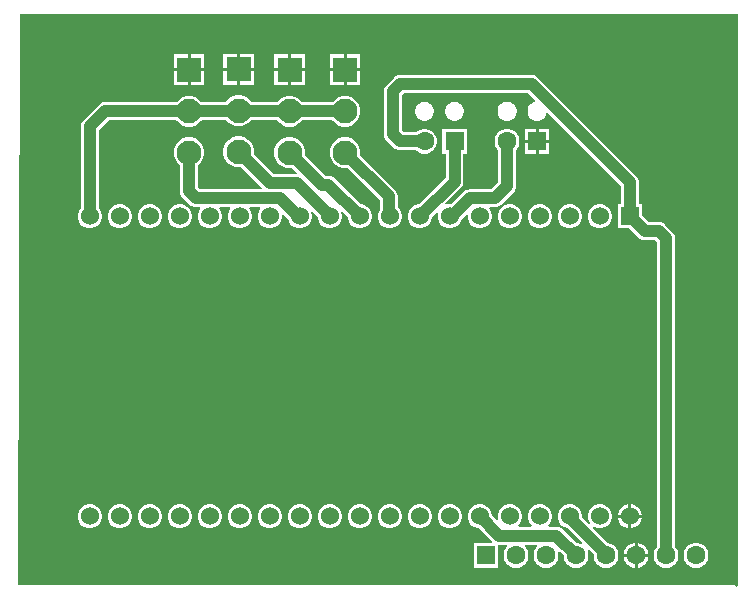
<source format=gbr>
%TF.GenerationSoftware,Altium Limited,Altium Designer,23.4.1 (23)*%
G04 Layer_Physical_Order=2*
G04 Layer_Color=16711680*
%FSLAX45Y45*%
%MOMM*%
%TF.SameCoordinates,4612104F-FF11-4B61-8F75-198C561852D9*%
%TF.FilePolarity,Positive*%
%TF.FileFunction,Copper,L2,Bot,Signal*%
%TF.Part,Single*%
G01*
G75*
%TA.AperFunction,ComponentPad*%
%ADD10R,2.10000X2.10000*%
%ADD11C,2.10000*%
%ADD12R,1.53000X1.53000*%
%ADD13C,1.53000*%
%ADD14C,1.60000*%
%ADD15R,1.60000X1.60000*%
%TA.AperFunction,Conductor*%
%ADD16C,1.00000*%
G36*
X8648700Y2578100D02*
X8636000Y2565400D01*
X8623300Y2578100D01*
X2561692D01*
X2552724Y2587092D01*
X2565400Y7416800D01*
X8648700D01*
Y2578100D01*
D02*
G37*
%LPC*%
G36*
X4550000Y7077300D02*
X4432300D01*
Y6959600D01*
X4550000D01*
Y7077300D01*
D02*
G37*
G36*
X4406900D02*
X4289200D01*
Y6959600D01*
X4406900D01*
Y7077300D01*
D02*
G37*
G36*
X5451700Y7071700D02*
X5334000D01*
Y6954000D01*
X5451700D01*
Y7071700D01*
D02*
G37*
G36*
X4981800D02*
X4864100D01*
Y6954000D01*
X4981800D01*
Y7071700D01*
D02*
G37*
G36*
X4130900D02*
X4013200D01*
Y6954000D01*
X4130900D01*
Y7071700D01*
D02*
G37*
G36*
X5308600D02*
X5190900D01*
Y6954000D01*
X5308600D01*
Y7071700D01*
D02*
G37*
G36*
X4838700D02*
X4721000D01*
Y6954000D01*
X4838700D01*
Y7071700D01*
D02*
G37*
G36*
X3987800D02*
X3870100D01*
Y6954000D01*
X3987800D01*
Y7071700D01*
D02*
G37*
G36*
X4550000Y6934200D02*
X4432300D01*
Y6816500D01*
X4550000D01*
Y6934200D01*
D02*
G37*
G36*
X4406900D02*
X4289200D01*
Y6816500D01*
X4406900D01*
Y6934200D01*
D02*
G37*
G36*
X5451700Y6928600D02*
X5334000D01*
Y6810900D01*
X5451700D01*
Y6928600D01*
D02*
G37*
G36*
X5308600D02*
X5190900D01*
Y6810900D01*
X5308600D01*
Y6928600D01*
D02*
G37*
G36*
X4981800D02*
X4864100D01*
Y6810900D01*
X4981800D01*
Y6928600D01*
D02*
G37*
G36*
X4838700D02*
X4721000D01*
Y6810900D01*
X4838700D01*
Y6928600D01*
D02*
G37*
G36*
X4130900D02*
X4013200D01*
Y6810900D01*
X4130900D01*
Y6928600D01*
D02*
G37*
G36*
X3987800D02*
X3870100D01*
Y6810900D01*
X3987800D01*
Y6928600D01*
D02*
G37*
G36*
X4436768Y6727300D02*
X4402432D01*
X4369267Y6718414D01*
X4339533Y6701246D01*
X4315254Y6676967D01*
X4311318Y6670151D01*
X4105549D01*
X4104846Y6671367D01*
X4080567Y6695646D01*
X4050833Y6712814D01*
X4017668Y6721700D01*
X3983332D01*
X3950167Y6712814D01*
X3920433Y6695646D01*
X3896154Y6671367D01*
X3893835Y6667351D01*
X3289300D01*
X3269617Y6664759D01*
X3251275Y6657162D01*
X3235524Y6645076D01*
X3107524Y6517076D01*
X3095438Y6501325D01*
X3087841Y6482983D01*
X3085249Y6463300D01*
Y5770358D01*
X3079760Y5764868D01*
X3066344Y5741632D01*
X3059400Y5715716D01*
Y5688884D01*
X3066344Y5662968D01*
X3079760Y5639732D01*
X3098732Y5620760D01*
X3121968Y5607344D01*
X3147884Y5600400D01*
X3174716D01*
X3200632Y5607344D01*
X3223868Y5620760D01*
X3242840Y5639732D01*
X3256256Y5662968D01*
X3263200Y5688884D01*
Y5715716D01*
X3256256Y5741632D01*
X3242840Y5764868D01*
X3237351Y5770358D01*
Y6431799D01*
X3320801Y6515249D01*
X3893835D01*
X3896154Y6511233D01*
X3920433Y6486954D01*
X3950167Y6469786D01*
X3983332Y6460900D01*
X4017668D01*
X4050833Y6469786D01*
X4080567Y6486954D01*
X4104846Y6511233D01*
X4108782Y6518049D01*
X4314551D01*
X4315254Y6516833D01*
X4339533Y6492554D01*
X4369267Y6475386D01*
X4402432Y6466500D01*
X4436768D01*
X4469933Y6475386D01*
X4499667Y6492554D01*
X4523946Y6516833D01*
X4524649Y6518049D01*
X4743118D01*
X4747054Y6511233D01*
X4771333Y6486954D01*
X4801067Y6469786D01*
X4834232Y6460900D01*
X4868568D01*
X4901733Y6469786D01*
X4931467Y6486954D01*
X4955746Y6511233D01*
X4958065Y6515249D01*
X5214635D01*
X5216954Y6511233D01*
X5241233Y6486954D01*
X5270967Y6469786D01*
X5304132Y6460900D01*
X5338468D01*
X5371633Y6469786D01*
X5401367Y6486954D01*
X5425646Y6511233D01*
X5442814Y6540967D01*
X5451700Y6574132D01*
Y6608468D01*
X5442814Y6641633D01*
X5425646Y6671367D01*
X5401367Y6695646D01*
X5371633Y6712814D01*
X5338468Y6721700D01*
X5304132D01*
X5270967Y6712814D01*
X5241233Y6695646D01*
X5216954Y6671367D01*
X5214635Y6667351D01*
X4958065D01*
X4955746Y6671367D01*
X4931467Y6695646D01*
X4901733Y6712814D01*
X4868568Y6721700D01*
X4834232D01*
X4801067Y6712814D01*
X4771333Y6695646D01*
X4747054Y6671367D01*
X4746351Y6670151D01*
X4527882D01*
X4523946Y6676967D01*
X4499667Y6701246D01*
X4469933Y6718414D01*
X4436768Y6727300D01*
D02*
G37*
G36*
X6703485Y6671700D02*
X6682315D01*
X6661867Y6666221D01*
X6643533Y6655636D01*
X6628564Y6640667D01*
X6617979Y6622333D01*
X6612500Y6601885D01*
Y6580715D01*
X6617979Y6560267D01*
X6628564Y6541933D01*
X6643533Y6526964D01*
X6661867Y6516379D01*
X6682315Y6510900D01*
X6703485D01*
X6723933Y6516379D01*
X6742267Y6526964D01*
X6757236Y6541933D01*
X6767821Y6560267D01*
X6773300Y6580715D01*
Y6601885D01*
X6767821Y6622333D01*
X6757236Y6640667D01*
X6742267Y6655636D01*
X6723933Y6666221D01*
X6703485Y6671700D01*
D02*
G37*
G36*
X6258985D02*
X6237815D01*
X6217367Y6666221D01*
X6199033Y6655636D01*
X6184064Y6640667D01*
X6173479Y6622333D01*
X6168000Y6601885D01*
Y6580715D01*
X6173479Y6560267D01*
X6184064Y6541933D01*
X6199033Y6526964D01*
X6217367Y6516379D01*
X6237815Y6510900D01*
X6258985D01*
X6279433Y6516379D01*
X6297767Y6526964D01*
X6312736Y6541933D01*
X6323321Y6560267D01*
X6328800Y6580715D01*
Y6601885D01*
X6323321Y6622333D01*
X6312736Y6640667D01*
X6297767Y6655636D01*
X6279433Y6666221D01*
X6258985Y6671700D01*
D02*
G37*
G36*
X6004985D02*
X5983815D01*
X5963367Y6666221D01*
X5945033Y6655636D01*
X5930064Y6640667D01*
X5919479Y6622333D01*
X5914000Y6601885D01*
Y6580715D01*
X5919479Y6560267D01*
X5930064Y6541933D01*
X5945033Y6526964D01*
X5963367Y6516379D01*
X5983815Y6510900D01*
X6004985D01*
X6025433Y6516379D01*
X6043767Y6526964D01*
X6058736Y6541933D01*
X6069321Y6560267D01*
X6074800Y6580715D01*
Y6601885D01*
X6069321Y6622333D01*
X6058736Y6640667D01*
X6043767Y6655636D01*
X6025433Y6666221D01*
X6004985Y6671700D01*
D02*
G37*
G36*
X7052300Y6442700D02*
X6959600D01*
Y6350000D01*
X7052300D01*
Y6442700D01*
D02*
G37*
G36*
X6934200D02*
X6841500D01*
Y6350000D01*
X6934200D01*
Y6442700D01*
D02*
G37*
G36*
X7052300Y6324600D02*
X6959600D01*
Y6231900D01*
X7052300D01*
Y6324600D01*
D02*
G37*
G36*
X6934200D02*
X6841500D01*
Y6231900D01*
X6934200D01*
Y6324600D01*
D02*
G37*
G36*
X4436768Y6377300D02*
X4402432D01*
X4369267Y6368413D01*
X4339533Y6351246D01*
X4315254Y6326967D01*
X4298086Y6297233D01*
X4289200Y6264067D01*
Y6229732D01*
X4298086Y6196567D01*
X4315254Y6166832D01*
X4339533Y6142554D01*
X4369267Y6125386D01*
X4402432Y6116500D01*
X4436768D01*
X4441248Y6117700D01*
X4616964Y5941984D01*
X4612104Y5930251D01*
X4090580D01*
X4076551Y5944280D01*
Y6134635D01*
X4080567Y6136954D01*
X4104846Y6161233D01*
X4122014Y6190967D01*
X4130900Y6224132D01*
Y6258468D01*
X4122014Y6291633D01*
X4104846Y6321367D01*
X4080567Y6345646D01*
X4050833Y6362814D01*
X4017668Y6371700D01*
X3983332D01*
X3950167Y6362814D01*
X3920433Y6345646D01*
X3896154Y6321367D01*
X3878986Y6291633D01*
X3870100Y6258468D01*
Y6224132D01*
X3878986Y6190967D01*
X3896154Y6161233D01*
X3920433Y6136954D01*
X3924449Y6134635D01*
Y5912779D01*
X3927041Y5893095D01*
X3934638Y5874754D01*
X3946724Y5859003D01*
X4005303Y5800424D01*
X4021053Y5788338D01*
X4028651Y5785191D01*
X4039395Y5780741D01*
X4059079Y5778149D01*
X4092447D01*
X4097308Y5766416D01*
X4095760Y5764868D01*
X4082344Y5741632D01*
X4075400Y5715716D01*
Y5688884D01*
X4082344Y5662968D01*
X4095760Y5639732D01*
X4114732Y5620760D01*
X4137968Y5607344D01*
X4163884Y5600400D01*
X4190716D01*
X4216632Y5607344D01*
X4239868Y5620760D01*
X4258840Y5639732D01*
X4272256Y5662968D01*
X4279200Y5688884D01*
Y5715716D01*
X4272256Y5741632D01*
X4258840Y5764868D01*
X4257292Y5766416D01*
X4262153Y5778149D01*
X4346447D01*
X4351308Y5766416D01*
X4349760Y5764868D01*
X4336344Y5741632D01*
X4329400Y5715716D01*
Y5688884D01*
X4336344Y5662968D01*
X4349760Y5639732D01*
X4368732Y5620760D01*
X4391968Y5607344D01*
X4417884Y5600400D01*
X4444716D01*
X4470632Y5607344D01*
X4493868Y5620760D01*
X4512840Y5639732D01*
X4526256Y5662968D01*
X4533200Y5688884D01*
Y5715716D01*
X4526256Y5741632D01*
X4512840Y5764868D01*
X4511292Y5766416D01*
X4516153Y5778149D01*
X4600447D01*
X4605308Y5766416D01*
X4603760Y5764868D01*
X4590344Y5741632D01*
X4583400Y5715716D01*
Y5688884D01*
X4590344Y5662968D01*
X4603760Y5639732D01*
X4622732Y5620760D01*
X4645968Y5607344D01*
X4671884Y5600400D01*
X4698716D01*
X4724632Y5607344D01*
X4747868Y5620760D01*
X4766840Y5639732D01*
X4780256Y5662968D01*
X4787200Y5688884D01*
Y5714546D01*
X4791803Y5718373D01*
X4797845Y5721861D01*
X4839808Y5679899D01*
X4844344Y5662968D01*
X4857760Y5639732D01*
X4876732Y5620760D01*
X4899968Y5607344D01*
X4925884Y5600400D01*
X4952716D01*
X4978632Y5607344D01*
X5001868Y5620760D01*
X5020840Y5639732D01*
X5034256Y5662968D01*
X5041200Y5688884D01*
Y5715716D01*
X5036379Y5733709D01*
X5047765Y5740283D01*
X5091400Y5696648D01*
Y5688884D01*
X5098344Y5662968D01*
X5111760Y5639732D01*
X5130732Y5620760D01*
X5153968Y5607344D01*
X5179884Y5600400D01*
X5206716D01*
X5232632Y5607344D01*
X5255868Y5620760D01*
X5274840Y5639732D01*
X5288256Y5662968D01*
X5295200Y5688884D01*
Y5715716D01*
X5290379Y5733709D01*
X5301765Y5740283D01*
X5345400Y5696648D01*
Y5688884D01*
X5352344Y5662968D01*
X5365760Y5639732D01*
X5384732Y5620760D01*
X5407968Y5607344D01*
X5433884Y5600400D01*
X5460716D01*
X5486632Y5607344D01*
X5509868Y5620760D01*
X5528840Y5639732D01*
X5542256Y5662968D01*
X5549200Y5688884D01*
Y5715716D01*
X5542256Y5741632D01*
X5528840Y5764868D01*
X5509868Y5783840D01*
X5486632Y5797256D01*
X5460716Y5804200D01*
X5452952D01*
X5233444Y6023708D01*
X5217693Y6035794D01*
X5199352Y6043391D01*
X5179668Y6045983D01*
X5154269D01*
X4980600Y6219652D01*
X4981800Y6224132D01*
Y6258468D01*
X4972914Y6291633D01*
X4955746Y6321367D01*
X4931467Y6345646D01*
X4901733Y6362814D01*
X4868568Y6371700D01*
X4834232D01*
X4801067Y6362814D01*
X4771333Y6345646D01*
X4747054Y6321367D01*
X4729886Y6291633D01*
X4721000Y6258468D01*
Y6224132D01*
X4729886Y6190967D01*
X4747054Y6161233D01*
X4771333Y6136954D01*
X4801067Y6119786D01*
X4834232Y6110900D01*
X4868568D01*
X4873048Y6112100D01*
X4917361Y6067787D01*
X4911537Y6055651D01*
X4718401D01*
X4548800Y6225252D01*
X4550000Y6229732D01*
Y6264067D01*
X4541114Y6297233D01*
X4523946Y6326967D01*
X4499667Y6351246D01*
X4469933Y6368413D01*
X4436768Y6377300D01*
D02*
G37*
G36*
X6706776Y6442700D02*
X6679024D01*
X6652217Y6435517D01*
X6628183Y6421641D01*
X6608559Y6402017D01*
X6594683Y6377983D01*
X6587500Y6351176D01*
Y6323424D01*
X6594683Y6296617D01*
X6608559Y6272583D01*
X6616849Y6264293D01*
Y5987801D01*
X6559299Y5930251D01*
X6375542D01*
X6355858Y5927659D01*
X6337516Y5920062D01*
X6321766Y5907976D01*
X6217990Y5804200D01*
X6195884D01*
X6177891Y5799379D01*
X6171317Y5810765D01*
X6302176Y5941624D01*
X6314262Y5957375D01*
X6317409Y5964972D01*
X6321859Y5975717D01*
X6324451Y5995400D01*
Y6231900D01*
X6353800D01*
Y6442700D01*
X6143000D01*
Y6231900D01*
X6172349D01*
Y6026901D01*
X5949648Y5804200D01*
X5941884D01*
X5915968Y5797256D01*
X5892732Y5783840D01*
X5873760Y5764868D01*
X5860344Y5741632D01*
X5853400Y5715716D01*
Y5688884D01*
X5860344Y5662968D01*
X5873760Y5639732D01*
X5892732Y5620760D01*
X5915968Y5607344D01*
X5941884Y5600400D01*
X5968716D01*
X5994632Y5607344D01*
X6017868Y5620760D01*
X6036840Y5639732D01*
X6050256Y5662968D01*
X6057200Y5688884D01*
Y5696648D01*
X6100835Y5740283D01*
X6112221Y5733709D01*
X6107400Y5715716D01*
Y5688884D01*
X6114344Y5662968D01*
X6127760Y5639732D01*
X6146732Y5620760D01*
X6169968Y5607344D01*
X6195884Y5600400D01*
X6222716D01*
X6248632Y5607344D01*
X6271868Y5620760D01*
X6290840Y5639732D01*
X6304256Y5662968D01*
X6308792Y5679899D01*
X6350755Y5721861D01*
X6356797Y5718373D01*
X6361400Y5714546D01*
Y5688884D01*
X6368344Y5662968D01*
X6381760Y5639732D01*
X6400732Y5620760D01*
X6423968Y5607344D01*
X6449884Y5600400D01*
X6476716D01*
X6502632Y5607344D01*
X6525868Y5620760D01*
X6544840Y5639732D01*
X6558256Y5662968D01*
X6565200Y5688884D01*
Y5715716D01*
X6558256Y5741632D01*
X6544840Y5764868D01*
X6543292Y5766416D01*
X6548153Y5778149D01*
X6590800D01*
X6610484Y5780741D01*
X6628825Y5788338D01*
X6644576Y5800424D01*
X6746676Y5902524D01*
X6758762Y5918275D01*
X6766359Y5936617D01*
X6768951Y5956300D01*
Y6264293D01*
X6777241Y6272583D01*
X6791117Y6296617D01*
X6798300Y6323424D01*
Y6351176D01*
X6791117Y6377983D01*
X6777241Y6402017D01*
X6757617Y6421641D01*
X6733583Y6435517D01*
X6706776Y6442700D01*
D02*
G37*
G36*
X7492716Y5804200D02*
X7465884D01*
X7439968Y5797256D01*
X7416732Y5783840D01*
X7397760Y5764868D01*
X7384344Y5741632D01*
X7377400Y5715716D01*
Y5688884D01*
X7384344Y5662968D01*
X7397760Y5639732D01*
X7416732Y5620760D01*
X7439968Y5607344D01*
X7465884Y5600400D01*
X7492716D01*
X7518632Y5607344D01*
X7541868Y5620760D01*
X7560840Y5639732D01*
X7574256Y5662968D01*
X7581200Y5688884D01*
Y5715716D01*
X7574256Y5741632D01*
X7560840Y5764868D01*
X7541868Y5783840D01*
X7518632Y5797256D01*
X7492716Y5804200D01*
D02*
G37*
G36*
X7238716D02*
X7211884D01*
X7185968Y5797256D01*
X7162732Y5783840D01*
X7143760Y5764868D01*
X7130344Y5741632D01*
X7123400Y5715716D01*
Y5688884D01*
X7130344Y5662968D01*
X7143760Y5639732D01*
X7162732Y5620760D01*
X7185968Y5607344D01*
X7211884Y5600400D01*
X7238716D01*
X7264632Y5607344D01*
X7287868Y5620760D01*
X7306840Y5639732D01*
X7320256Y5662968D01*
X7327200Y5688884D01*
Y5715716D01*
X7320256Y5741632D01*
X7306840Y5764868D01*
X7287868Y5783840D01*
X7264632Y5797256D01*
X7238716Y5804200D01*
D02*
G37*
G36*
X6984716D02*
X6957884D01*
X6931968Y5797256D01*
X6908732Y5783840D01*
X6889760Y5764868D01*
X6876344Y5741632D01*
X6869400Y5715716D01*
Y5688884D01*
X6876344Y5662968D01*
X6889760Y5639732D01*
X6908732Y5620760D01*
X6931968Y5607344D01*
X6957884Y5600400D01*
X6984716D01*
X7010632Y5607344D01*
X7033868Y5620760D01*
X7052840Y5639732D01*
X7066256Y5662968D01*
X7073200Y5688884D01*
Y5715716D01*
X7066256Y5741632D01*
X7052840Y5764868D01*
X7033868Y5783840D01*
X7010632Y5797256D01*
X6984716Y5804200D01*
D02*
G37*
G36*
X6730716D02*
X6703884D01*
X6677968Y5797256D01*
X6654732Y5783840D01*
X6635760Y5764868D01*
X6622344Y5741632D01*
X6615400Y5715716D01*
Y5688884D01*
X6622344Y5662968D01*
X6635760Y5639732D01*
X6654732Y5620760D01*
X6677968Y5607344D01*
X6703884Y5600400D01*
X6730716D01*
X6756632Y5607344D01*
X6779868Y5620760D01*
X6798840Y5639732D01*
X6812256Y5662968D01*
X6819200Y5688884D01*
Y5715716D01*
X6812256Y5741632D01*
X6798840Y5764868D01*
X6779868Y5783840D01*
X6756632Y5797256D01*
X6730716Y5804200D01*
D02*
G37*
G36*
X5338468Y6371700D02*
X5304132D01*
X5270967Y6362814D01*
X5241233Y6345646D01*
X5216954Y6321367D01*
X5199786Y6291633D01*
X5190900Y6258468D01*
Y6224132D01*
X5199786Y6190967D01*
X5216954Y6161233D01*
X5241233Y6136954D01*
X5270967Y6119786D01*
X5304132Y6110900D01*
X5338468D01*
X5342948Y6112100D01*
X5615108Y5839940D01*
Y5756812D01*
X5606344Y5741632D01*
X5599400Y5715716D01*
Y5688884D01*
X5606344Y5662968D01*
X5619760Y5639732D01*
X5638732Y5620760D01*
X5661968Y5607344D01*
X5687884Y5600400D01*
X5714716D01*
X5740632Y5607344D01*
X5763868Y5620760D01*
X5782840Y5639732D01*
X5796256Y5662968D01*
X5803200Y5688884D01*
Y5715716D01*
X5796256Y5741632D01*
X5782840Y5764868D01*
X5767210Y5780499D01*
Y5871441D01*
X5764618Y5891124D01*
X5760168Y5901869D01*
X5757021Y5909466D01*
X5744935Y5925217D01*
X5450500Y6219652D01*
X5451700Y6224132D01*
Y6258468D01*
X5442814Y6291633D01*
X5425646Y6321367D01*
X5401367Y6345646D01*
X5371633Y6362814D01*
X5338468Y6371700D01*
D02*
G37*
G36*
X3936716Y5804200D02*
X3909884D01*
X3883968Y5797256D01*
X3860732Y5783840D01*
X3841760Y5764868D01*
X3828344Y5741632D01*
X3821400Y5715716D01*
Y5688884D01*
X3828344Y5662968D01*
X3841760Y5639732D01*
X3860732Y5620760D01*
X3883968Y5607344D01*
X3909884Y5600400D01*
X3936716D01*
X3962632Y5607344D01*
X3985868Y5620760D01*
X4004840Y5639732D01*
X4018256Y5662968D01*
X4025200Y5688884D01*
Y5715716D01*
X4018256Y5741632D01*
X4004840Y5764868D01*
X3985868Y5783840D01*
X3962632Y5797256D01*
X3936716Y5804200D01*
D02*
G37*
G36*
X3682716D02*
X3655884D01*
X3629968Y5797256D01*
X3606732Y5783840D01*
X3587760Y5764868D01*
X3574344Y5741632D01*
X3567400Y5715716D01*
Y5688884D01*
X3574344Y5662968D01*
X3587760Y5639732D01*
X3606732Y5620760D01*
X3629968Y5607344D01*
X3655884Y5600400D01*
X3682716D01*
X3708632Y5607344D01*
X3731868Y5620760D01*
X3750840Y5639732D01*
X3764256Y5662968D01*
X3771200Y5688884D01*
Y5715716D01*
X3764256Y5741632D01*
X3750840Y5764868D01*
X3731868Y5783840D01*
X3708632Y5797256D01*
X3682716Y5804200D01*
D02*
G37*
G36*
X3428716D02*
X3401884D01*
X3375968Y5797256D01*
X3352732Y5783840D01*
X3333760Y5764868D01*
X3320344Y5741632D01*
X3313400Y5715716D01*
Y5688884D01*
X3320344Y5662968D01*
X3333760Y5639732D01*
X3352732Y5620760D01*
X3375968Y5607344D01*
X3401884Y5600400D01*
X3428716D01*
X3454632Y5607344D01*
X3477868Y5620760D01*
X3496840Y5639732D01*
X3510256Y5662968D01*
X3517200Y5688884D01*
Y5715716D01*
X3510256Y5741632D01*
X3496840Y5764868D01*
X3477868Y5783840D01*
X3454632Y5797256D01*
X3428716Y5804200D01*
D02*
G37*
G36*
X7746716Y3264200D02*
X7746000D01*
Y3175000D01*
X7835200D01*
Y3175716D01*
X7828256Y3201632D01*
X7814840Y3224868D01*
X7795868Y3243840D01*
X7772632Y3257256D01*
X7746716Y3264200D01*
D02*
G37*
G36*
X7720600D02*
X7719884D01*
X7693968Y3257256D01*
X7670732Y3243840D01*
X7651760Y3224868D01*
X7638344Y3201632D01*
X7631400Y3175716D01*
Y3175000D01*
X7720600D01*
Y3264200D01*
D02*
G37*
G36*
X7492716D02*
X7465884D01*
X7439968Y3257256D01*
X7416732Y3243840D01*
X7397760Y3224868D01*
X7384344Y3201632D01*
X7377400Y3175716D01*
Y3148884D01*
X7384344Y3122968D01*
X7393087Y3107826D01*
X7382924Y3100028D01*
X7327200Y3155752D01*
Y3175716D01*
X7320256Y3201632D01*
X7306840Y3224868D01*
X7287868Y3243840D01*
X7264632Y3257256D01*
X7238716Y3264200D01*
X7211884D01*
X7185968Y3257256D01*
X7162732Y3243840D01*
X7143760Y3224868D01*
X7130344Y3201632D01*
X7123400Y3175716D01*
Y3148884D01*
X7130344Y3122968D01*
X7143760Y3099732D01*
X7162732Y3080760D01*
X7185968Y3067344D01*
X7205825Y3062024D01*
X7329811Y2938037D01*
X7322013Y2927875D01*
X7317783Y2930317D01*
X7290976Y2937500D01*
X7279252D01*
X7165106Y3051646D01*
X7149356Y3063732D01*
X7131014Y3071329D01*
X7111330Y3073920D01*
X7044989D01*
X7039729Y3086620D01*
X7052840Y3099732D01*
X7066256Y3122968D01*
X7073200Y3148884D01*
Y3175716D01*
X7066256Y3201632D01*
X7052840Y3224868D01*
X7033868Y3243840D01*
X7010632Y3257256D01*
X6984716Y3264200D01*
X6957884D01*
X6931968Y3257256D01*
X6908732Y3243840D01*
X6889760Y3224868D01*
X6876344Y3201632D01*
X6869400Y3175716D01*
Y3148884D01*
X6876344Y3122968D01*
X6889760Y3099732D01*
X6902871Y3086620D01*
X6897611Y3073920D01*
X6790989D01*
X6785729Y3086620D01*
X6798840Y3099732D01*
X6812256Y3122968D01*
X6819200Y3148884D01*
Y3175716D01*
X6812256Y3201632D01*
X6798840Y3224868D01*
X6779868Y3243840D01*
X6756632Y3257256D01*
X6730716Y3264200D01*
X6703884D01*
X6677968Y3257256D01*
X6654732Y3243840D01*
X6635760Y3224868D01*
X6622344Y3201632D01*
X6615400Y3175716D01*
Y3148884D01*
X6620221Y3130891D01*
X6608835Y3124317D01*
X6565200Y3167952D01*
Y3175716D01*
X6558256Y3201632D01*
X6544840Y3224868D01*
X6525868Y3243840D01*
X6502632Y3257256D01*
X6476716Y3264200D01*
X6449884D01*
X6423968Y3257256D01*
X6400732Y3243840D01*
X6381760Y3224868D01*
X6368344Y3201632D01*
X6361400Y3175716D01*
Y3148884D01*
X6368344Y3122968D01*
X6381760Y3099732D01*
X6400732Y3080760D01*
X6423968Y3067344D01*
X6449884Y3060400D01*
X6457648D01*
X6567848Y2950200D01*
X6562588Y2937500D01*
X6409700D01*
Y2726700D01*
X6620500D01*
Y2915478D01*
X6627730Y2921819D01*
X6691800D01*
X6697061Y2909119D01*
X6684759Y2896817D01*
X6670883Y2872783D01*
X6663700Y2845976D01*
Y2818224D01*
X6670883Y2791417D01*
X6684759Y2767383D01*
X6704383Y2747759D01*
X6728417Y2733883D01*
X6755224Y2726700D01*
X6782976D01*
X6809783Y2733883D01*
X6833817Y2747759D01*
X6853441Y2767383D01*
X6867317Y2791417D01*
X6874500Y2818224D01*
Y2845976D01*
X6867317Y2872783D01*
X6853441Y2896817D01*
X6841139Y2909119D01*
X6846400Y2921819D01*
X6945800D01*
X6951061Y2909119D01*
X6938759Y2896817D01*
X6924883Y2872783D01*
X6917700Y2845976D01*
Y2818224D01*
X6924883Y2791417D01*
X6938759Y2767383D01*
X6958383Y2747759D01*
X6982417Y2733883D01*
X7009224Y2726700D01*
X7036976D01*
X7063783Y2733883D01*
X7087817Y2747759D01*
X7107441Y2767383D01*
X7121317Y2791417D01*
X7128500Y2818224D01*
Y2845976D01*
X7125128Y2858559D01*
X7136515Y2865133D01*
X7171700Y2829948D01*
Y2818224D01*
X7178883Y2791417D01*
X7192759Y2767383D01*
X7212383Y2747759D01*
X7236417Y2733883D01*
X7263224Y2726700D01*
X7290976D01*
X7317783Y2733883D01*
X7341817Y2747759D01*
X7361441Y2767383D01*
X7375317Y2791417D01*
X7382500Y2818224D01*
Y2845976D01*
X7375317Y2872783D01*
X7372875Y2877013D01*
X7383037Y2884811D01*
X7425700Y2842148D01*
Y2818224D01*
X7432883Y2791417D01*
X7446759Y2767383D01*
X7466383Y2747759D01*
X7490417Y2733883D01*
X7517224Y2726700D01*
X7544976D01*
X7571783Y2733883D01*
X7595817Y2747759D01*
X7615441Y2767383D01*
X7629317Y2791417D01*
X7636500Y2818224D01*
Y2845976D01*
X7629317Y2872783D01*
X7615441Y2896817D01*
X7595817Y2916441D01*
X7571783Y2930317D01*
X7545626Y2937326D01*
X7417028Y3065924D01*
X7424826Y3076087D01*
X7439968Y3067344D01*
X7465884Y3060400D01*
X7492716D01*
X7518632Y3067344D01*
X7541868Y3080760D01*
X7560840Y3099732D01*
X7574256Y3122968D01*
X7581200Y3148884D01*
Y3175716D01*
X7574256Y3201632D01*
X7560840Y3224868D01*
X7541868Y3243840D01*
X7518632Y3257256D01*
X7492716Y3264200D01*
D02*
G37*
G36*
X7835200Y3149600D02*
X7746000D01*
Y3060400D01*
X7746716D01*
X7772632Y3067344D01*
X7795868Y3080760D01*
X7814840Y3099732D01*
X7828256Y3122968D01*
X7835200Y3148884D01*
Y3149600D01*
D02*
G37*
G36*
X7720600D02*
X7631400D01*
Y3148884D01*
X7638344Y3122968D01*
X7651760Y3099732D01*
X7670732Y3080760D01*
X7693968Y3067344D01*
X7719884Y3060400D01*
X7720600D01*
Y3149600D01*
D02*
G37*
G36*
X6222716Y3264200D02*
X6195884D01*
X6169968Y3257256D01*
X6146732Y3243840D01*
X6127760Y3224868D01*
X6114344Y3201632D01*
X6107400Y3175716D01*
Y3148884D01*
X6114344Y3122968D01*
X6127760Y3099732D01*
X6146732Y3080760D01*
X6169968Y3067344D01*
X6195884Y3060400D01*
X6222716D01*
X6248632Y3067344D01*
X6271868Y3080760D01*
X6290840Y3099732D01*
X6304256Y3122968D01*
X6311200Y3148884D01*
Y3175716D01*
X6304256Y3201632D01*
X6290840Y3224868D01*
X6271868Y3243840D01*
X6248632Y3257256D01*
X6222716Y3264200D01*
D02*
G37*
G36*
X5968716D02*
X5941884D01*
X5915968Y3257256D01*
X5892732Y3243840D01*
X5873760Y3224868D01*
X5860344Y3201632D01*
X5853400Y3175716D01*
Y3148884D01*
X5860344Y3122968D01*
X5873760Y3099732D01*
X5892732Y3080760D01*
X5915968Y3067344D01*
X5941884Y3060400D01*
X5968716D01*
X5994632Y3067344D01*
X6017868Y3080760D01*
X6036840Y3099732D01*
X6050256Y3122968D01*
X6057200Y3148884D01*
Y3175716D01*
X6050256Y3201632D01*
X6036840Y3224868D01*
X6017868Y3243840D01*
X5994632Y3257256D01*
X5968716Y3264200D01*
D02*
G37*
G36*
X5714716D02*
X5687884D01*
X5661968Y3257256D01*
X5638732Y3243840D01*
X5619760Y3224868D01*
X5606344Y3201632D01*
X5599400Y3175716D01*
Y3148884D01*
X5606344Y3122968D01*
X5619760Y3099732D01*
X5638732Y3080760D01*
X5661968Y3067344D01*
X5687884Y3060400D01*
X5714716D01*
X5740632Y3067344D01*
X5763868Y3080760D01*
X5782840Y3099732D01*
X5796256Y3122968D01*
X5803200Y3148884D01*
Y3175716D01*
X5796256Y3201632D01*
X5782840Y3224868D01*
X5763868Y3243840D01*
X5740632Y3257256D01*
X5714716Y3264200D01*
D02*
G37*
G36*
X5460716D02*
X5433884D01*
X5407968Y3257256D01*
X5384732Y3243840D01*
X5365760Y3224868D01*
X5352344Y3201632D01*
X5345400Y3175716D01*
Y3148884D01*
X5352344Y3122968D01*
X5365760Y3099732D01*
X5384732Y3080760D01*
X5407968Y3067344D01*
X5433884Y3060400D01*
X5460716D01*
X5486632Y3067344D01*
X5509868Y3080760D01*
X5528840Y3099732D01*
X5542256Y3122968D01*
X5549200Y3148884D01*
Y3175716D01*
X5542256Y3201632D01*
X5528840Y3224868D01*
X5509868Y3243840D01*
X5486632Y3257256D01*
X5460716Y3264200D01*
D02*
G37*
G36*
X5206716D02*
X5179884D01*
X5153968Y3257256D01*
X5130732Y3243840D01*
X5111760Y3224868D01*
X5098344Y3201632D01*
X5091400Y3175716D01*
Y3148884D01*
X5098344Y3122968D01*
X5111760Y3099732D01*
X5130732Y3080760D01*
X5153968Y3067344D01*
X5179884Y3060400D01*
X5206716D01*
X5232632Y3067344D01*
X5255868Y3080760D01*
X5274840Y3099732D01*
X5288256Y3122968D01*
X5295200Y3148884D01*
Y3175716D01*
X5288256Y3201632D01*
X5274840Y3224868D01*
X5255868Y3243840D01*
X5232632Y3257256D01*
X5206716Y3264200D01*
D02*
G37*
G36*
X4952716D02*
X4925884D01*
X4899968Y3257256D01*
X4876732Y3243840D01*
X4857760Y3224868D01*
X4844344Y3201632D01*
X4837400Y3175716D01*
Y3148884D01*
X4844344Y3122968D01*
X4857760Y3099732D01*
X4876732Y3080760D01*
X4899968Y3067344D01*
X4925884Y3060400D01*
X4952716D01*
X4978632Y3067344D01*
X5001868Y3080760D01*
X5020840Y3099732D01*
X5034256Y3122968D01*
X5041200Y3148884D01*
Y3175716D01*
X5034256Y3201632D01*
X5020840Y3224868D01*
X5001868Y3243840D01*
X4978632Y3257256D01*
X4952716Y3264200D01*
D02*
G37*
G36*
X4698716D02*
X4671884D01*
X4645968Y3257256D01*
X4622732Y3243840D01*
X4603760Y3224868D01*
X4590344Y3201632D01*
X4583400Y3175716D01*
Y3148884D01*
X4590344Y3122968D01*
X4603760Y3099732D01*
X4622732Y3080760D01*
X4645968Y3067344D01*
X4671884Y3060400D01*
X4698716D01*
X4724632Y3067344D01*
X4747868Y3080760D01*
X4766840Y3099732D01*
X4780256Y3122968D01*
X4787200Y3148884D01*
Y3175716D01*
X4780256Y3201632D01*
X4766840Y3224868D01*
X4747868Y3243840D01*
X4724632Y3257256D01*
X4698716Y3264200D01*
D02*
G37*
G36*
X4444716D02*
X4417884D01*
X4391968Y3257256D01*
X4368732Y3243840D01*
X4349760Y3224868D01*
X4336344Y3201632D01*
X4329400Y3175716D01*
Y3148884D01*
X4336344Y3122968D01*
X4349760Y3099732D01*
X4368732Y3080760D01*
X4391968Y3067344D01*
X4417884Y3060400D01*
X4444716D01*
X4470632Y3067344D01*
X4493868Y3080760D01*
X4512840Y3099732D01*
X4526256Y3122968D01*
X4533200Y3148884D01*
Y3175716D01*
X4526256Y3201632D01*
X4512840Y3224868D01*
X4493868Y3243840D01*
X4470632Y3257256D01*
X4444716Y3264200D01*
D02*
G37*
G36*
X4190716D02*
X4163884D01*
X4137968Y3257256D01*
X4114732Y3243840D01*
X4095760Y3224868D01*
X4082344Y3201632D01*
X4075400Y3175716D01*
Y3148884D01*
X4082344Y3122968D01*
X4095760Y3099732D01*
X4114732Y3080760D01*
X4137968Y3067344D01*
X4163884Y3060400D01*
X4190716D01*
X4216632Y3067344D01*
X4239868Y3080760D01*
X4258840Y3099732D01*
X4272256Y3122968D01*
X4279200Y3148884D01*
Y3175716D01*
X4272256Y3201632D01*
X4258840Y3224868D01*
X4239868Y3243840D01*
X4216632Y3257256D01*
X4190716Y3264200D01*
D02*
G37*
G36*
X3936716D02*
X3909884D01*
X3883968Y3257256D01*
X3860732Y3243840D01*
X3841760Y3224868D01*
X3828344Y3201632D01*
X3821400Y3175716D01*
Y3148884D01*
X3828344Y3122968D01*
X3841760Y3099732D01*
X3860732Y3080760D01*
X3883968Y3067344D01*
X3909884Y3060400D01*
X3936716D01*
X3962632Y3067344D01*
X3985868Y3080760D01*
X4004840Y3099732D01*
X4018256Y3122968D01*
X4025200Y3148884D01*
Y3175716D01*
X4018256Y3201632D01*
X4004840Y3224868D01*
X3985868Y3243840D01*
X3962632Y3257256D01*
X3936716Y3264200D01*
D02*
G37*
G36*
X3682716D02*
X3655884D01*
X3629968Y3257256D01*
X3606732Y3243840D01*
X3587760Y3224868D01*
X3574344Y3201632D01*
X3567400Y3175716D01*
Y3148884D01*
X3574344Y3122968D01*
X3587760Y3099732D01*
X3606732Y3080760D01*
X3629968Y3067344D01*
X3655884Y3060400D01*
X3682716D01*
X3708632Y3067344D01*
X3731868Y3080760D01*
X3750840Y3099732D01*
X3764256Y3122968D01*
X3771200Y3148884D01*
Y3175716D01*
X3764256Y3201632D01*
X3750840Y3224868D01*
X3731868Y3243840D01*
X3708632Y3257256D01*
X3682716Y3264200D01*
D02*
G37*
G36*
X3428716D02*
X3401884D01*
X3375968Y3257256D01*
X3352732Y3243840D01*
X3333760Y3224868D01*
X3320344Y3201632D01*
X3313400Y3175716D01*
Y3148884D01*
X3320344Y3122968D01*
X3333760Y3099732D01*
X3352732Y3080760D01*
X3375968Y3067344D01*
X3401884Y3060400D01*
X3428716D01*
X3454632Y3067344D01*
X3477868Y3080760D01*
X3496840Y3099732D01*
X3510256Y3122968D01*
X3517200Y3148884D01*
Y3175716D01*
X3510256Y3201632D01*
X3496840Y3224868D01*
X3477868Y3243840D01*
X3454632Y3257256D01*
X3428716Y3264200D01*
D02*
G37*
G36*
X3174716D02*
X3147884D01*
X3121968Y3257256D01*
X3098732Y3243840D01*
X3079760Y3224868D01*
X3066344Y3201632D01*
X3059400Y3175716D01*
Y3148884D01*
X3066344Y3122968D01*
X3079760Y3099732D01*
X3098732Y3080760D01*
X3121968Y3067344D01*
X3147884Y3060400D01*
X3174716D01*
X3200632Y3067344D01*
X3223868Y3080760D01*
X3242840Y3099732D01*
X3256256Y3122968D01*
X3263200Y3148884D01*
Y3175716D01*
X3256256Y3201632D01*
X3242840Y3224868D01*
X3223868Y3243840D01*
X3200632Y3257256D01*
X3174716Y3264200D01*
D02*
G37*
G36*
X7798976Y2937500D02*
X7797800D01*
Y2844800D01*
X7890500D01*
Y2845976D01*
X7883317Y2872783D01*
X7869441Y2896817D01*
X7849817Y2916441D01*
X7825783Y2930317D01*
X7798976Y2937500D01*
D02*
G37*
G36*
X7772400D02*
X7771224D01*
X7744417Y2930317D01*
X7720383Y2916441D01*
X7700759Y2896817D01*
X7686883Y2872783D01*
X7679700Y2845976D01*
Y2844800D01*
X7772400D01*
Y2937500D01*
D02*
G37*
G36*
X8306976D02*
X8279224D01*
X8252417Y2930317D01*
X8228383Y2916441D01*
X8208759Y2896817D01*
X8194883Y2872783D01*
X8187700Y2845976D01*
Y2818224D01*
X8194883Y2791417D01*
X8208759Y2767383D01*
X8228383Y2747759D01*
X8252417Y2733883D01*
X8279224Y2726700D01*
X8306976D01*
X8333783Y2733883D01*
X8357817Y2747759D01*
X8377441Y2767383D01*
X8391317Y2791417D01*
X8398500Y2818224D01*
Y2845976D01*
X8391317Y2872783D01*
X8377441Y2896817D01*
X8357817Y2916441D01*
X8333783Y2930317D01*
X8306976Y2937500D01*
D02*
G37*
G36*
X6902713Y6895951D02*
X5786279D01*
X5766595Y6893359D01*
X5755851Y6888909D01*
X5748253Y6885762D01*
X5732503Y6873676D01*
X5673924Y6815097D01*
X5661838Y6799347D01*
X5654241Y6781005D01*
X5651649Y6761321D01*
Y6395879D01*
X5654241Y6376195D01*
X5661838Y6357853D01*
X5673924Y6342103D01*
X5732503Y6283524D01*
X5748253Y6271438D01*
X5755851Y6268291D01*
X5766595Y6263841D01*
X5786279Y6261249D01*
X5921393D01*
X5929683Y6252959D01*
X5953717Y6239083D01*
X5980524Y6231900D01*
X6008276D01*
X6035083Y6239083D01*
X6059117Y6252959D01*
X6078741Y6272583D01*
X6092617Y6296617D01*
X6099800Y6323424D01*
Y6351176D01*
X6092617Y6377983D01*
X6078741Y6402017D01*
X6059117Y6421641D01*
X6035083Y6435517D01*
X6008276Y6442700D01*
X5980524D01*
X5953717Y6435517D01*
X5929683Y6421641D01*
X5921393Y6413351D01*
X5817780D01*
X5803751Y6427380D01*
Y6729820D01*
X5817780Y6743849D01*
X6871212D01*
X6931503Y6683559D01*
X6927708Y6669393D01*
X6915867Y6666221D01*
X6897533Y6655636D01*
X6882564Y6640667D01*
X6871979Y6622333D01*
X6866500Y6601885D01*
Y6580715D01*
X6871979Y6560267D01*
X6882564Y6541933D01*
X6897533Y6526964D01*
X6915867Y6516379D01*
X6936315Y6510900D01*
X6957485D01*
X6977933Y6516379D01*
X6996267Y6526964D01*
X7011236Y6541933D01*
X7021821Y6560267D01*
X7024993Y6572108D01*
X7039159Y6575903D01*
X7657249Y5957812D01*
Y5804200D01*
X7631400D01*
Y5600400D01*
X7727648D01*
X7806524Y5521524D01*
X7822275Y5509438D01*
X7840617Y5501841D01*
X7860300Y5499249D01*
X7949020D01*
X7963049Y5485220D01*
Y2905107D01*
X7954759Y2896817D01*
X7940883Y2872783D01*
X7933700Y2845976D01*
Y2818224D01*
X7940883Y2791417D01*
X7954759Y2767383D01*
X7974383Y2747759D01*
X7998417Y2733883D01*
X8025224Y2726700D01*
X8052976D01*
X8079783Y2733883D01*
X8103817Y2747759D01*
X8123441Y2767383D01*
X8137317Y2791417D01*
X8144500Y2818224D01*
Y2845976D01*
X8137317Y2872783D01*
X8123441Y2896817D01*
X8115151Y2905107D01*
Y5516721D01*
X8112559Y5536405D01*
X8108109Y5547149D01*
X8104962Y5554747D01*
X8092876Y5570497D01*
X8034297Y5629076D01*
X8018547Y5641162D01*
X8000205Y5648759D01*
X7980521Y5651351D01*
X7891801D01*
X7835200Y5707952D01*
Y5804200D01*
X7809351D01*
Y5989313D01*
X7806759Y6008997D01*
X7802309Y6019741D01*
X7799162Y6027339D01*
X7787076Y6043089D01*
X6956489Y6873676D01*
X6940739Y6885762D01*
X6922397Y6893359D01*
X6902713Y6895951D01*
D02*
G37*
G36*
X7890500Y2819400D02*
X7797800D01*
Y2726700D01*
X7798976D01*
X7825783Y2733883D01*
X7849817Y2747759D01*
X7869441Y2767383D01*
X7883317Y2791417D01*
X7890500Y2818224D01*
Y2819400D01*
D02*
G37*
G36*
X7772400D02*
X7679700D01*
Y2818224D01*
X7686883Y2791417D01*
X7700759Y2767383D01*
X7720383Y2747759D01*
X7744417Y2733883D01*
X7771224Y2726700D01*
X7772400D01*
Y2819400D01*
D02*
G37*
%LPD*%
D10*
X4851400Y6941300D02*
D03*
X4419600Y6946900D02*
D03*
X4000500Y6941300D02*
D03*
X5321300D02*
D03*
D11*
X4851400Y6591300D02*
D03*
Y6241300D02*
D03*
X4419600Y6596900D02*
D03*
Y6246900D02*
D03*
X4000500Y6591300D02*
D03*
Y6241300D02*
D03*
X5321300Y6591300D02*
D03*
Y6241300D02*
D03*
D12*
X7733300Y5702300D02*
D03*
D13*
X7479300D02*
D03*
X7225300D02*
D03*
X6971300D02*
D03*
X6717300D02*
D03*
X6463300D02*
D03*
X6209300D02*
D03*
X5955300D02*
D03*
X5701300D02*
D03*
X5447300D02*
D03*
X5193300D02*
D03*
X4939300D02*
D03*
X4685300D02*
D03*
X4431300D02*
D03*
X4177300D02*
D03*
X3923300D02*
D03*
X3669300D02*
D03*
X3415300D02*
D03*
X3161300D02*
D03*
Y3162300D02*
D03*
X3415300D02*
D03*
X3669300D02*
D03*
X3923300D02*
D03*
X4177300D02*
D03*
X4431300D02*
D03*
X4685300D02*
D03*
X4939300D02*
D03*
X5193300D02*
D03*
X5447300D02*
D03*
X5701300D02*
D03*
X5955300D02*
D03*
X6209300D02*
D03*
X6463300D02*
D03*
X6717300D02*
D03*
X6971300D02*
D03*
X7225300D02*
D03*
X7479300D02*
D03*
X7733300D02*
D03*
D14*
X5994400Y6337300D02*
D03*
X8293100Y2832100D02*
D03*
X8039100D02*
D03*
X7531100D02*
D03*
X7023100D02*
D03*
X6769100D02*
D03*
X7277100D02*
D03*
X7785100D02*
D03*
X6692900Y6337300D02*
D03*
D15*
X6248400D02*
D03*
X6515100Y2832100D02*
D03*
X6946900Y6337300D02*
D03*
D16*
X8039100Y2832100D02*
Y5516721D01*
X7733300Y5702300D02*
X7860300Y5575300D01*
X7980521D01*
X8039100Y5516721D01*
X6463300Y3162300D02*
X6627730Y2997870D01*
X7111330D01*
X7277100Y2832100D01*
X7531100D02*
Y2844300D01*
X7225300Y3150100D02*
X7531100Y2844300D01*
X7225300Y3150100D02*
Y3162300D01*
X5727700Y6761321D02*
X5786279Y6819900D01*
X6902713D02*
X7733300Y5989313D01*
Y5702300D02*
Y5989313D01*
X5727700Y6395879D02*
Y6761321D01*
X5786279Y6819900D02*
X6902713D01*
X5786279Y6337300D02*
X5994400D01*
X5727700Y6395879D02*
X5786279Y6337300D01*
X6248400Y5995400D02*
Y6337300D01*
X5955300Y5702300D02*
X6248400Y5995400D01*
X6209300Y5702300D02*
X6223642D01*
X6375542Y5854200D01*
X6590800D01*
X6692900Y5956300D02*
Y6337300D01*
X6590800Y5854200D02*
X6692900Y5956300D01*
X5321300Y6241300D02*
X5691159Y5871441D01*
Y5712441D02*
Y5871441D01*
Y5712441D02*
X5701300Y5702300D01*
X4851400Y6241300D02*
X5122768Y5969932D01*
X5179668D01*
X5447300Y5702300D01*
X4916000Y5979600D02*
X5193300Y5702300D01*
X4686900Y5979600D02*
X4916000D01*
X4773058Y5854200D02*
X4924958Y5702300D01*
X4059079Y5854200D02*
X4773058D01*
X4419600Y6246900D02*
X4686900Y5979600D01*
X4000500Y5912779D02*
X4059079Y5854200D01*
X4924958Y5702300D02*
X4939300D01*
X4000500Y5912779D02*
Y6241300D01*
X3161300Y5702300D02*
Y6463300D01*
X3289300Y6591300D01*
X4000500D01*
X4416800Y6594100D02*
X4419600Y6596900D01*
X4003300Y6594100D02*
X4416800D01*
X4000500Y6591300D02*
X4003300Y6594100D01*
X4848600D02*
X4851400Y6591300D01*
X4422400Y6594100D02*
X4848600D01*
X4419600Y6596900D02*
X4422400Y6594100D01*
X4851400Y6591300D02*
X5321300D01*
%TF.MD5,078253a4506b7ba91d89cd70e9449051*%
M02*

</source>
